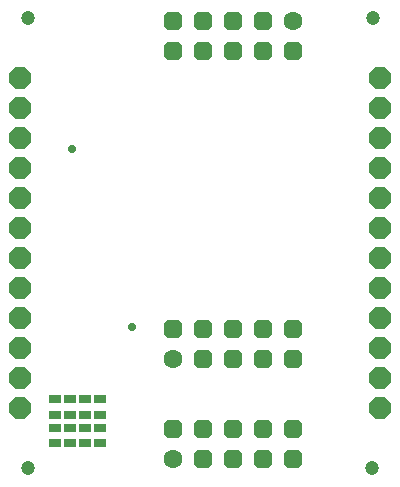
<source format=gts>
G04 Layer_Color=8388736*
%FSLAX44Y44*%
%MOMM*%
G71*
G01*
G75*
%ADD34R,1.0000X0.8000*%
G04:AMPARAMS|DCode=35|XSize=1.8002mm|YSize=1.8002mm|CornerRadius=0mm|HoleSize=0mm|Usage=FLASHONLY|Rotation=270.000|XOffset=0mm|YOffset=0mm|HoleType=Round|Shape=Octagon|*
%AMOCTAGOND35*
4,1,8,-0.4501,-0.9001,0.4501,-0.9001,0.9001,-0.4501,0.9001,0.4501,0.4501,0.9001,-0.4501,0.9001,-0.9001,0.4501,-0.9001,-0.4501,-0.4501,-0.9001,0.0*
%
%ADD35OCTAGOND35*%

%ADD36C,1.2000*%
G04:AMPARAMS|DCode=37|XSize=1.6mm|YSize=1.6mm|CornerRadius=0mm|HoleSize=0mm|Usage=FLASHONLY|Rotation=180.000|XOffset=0mm|YOffset=0mm|HoleType=Round|Shape=Octagon|*
%AMOCTAGOND37*
4,1,8,-0.8000,0.4000,-0.8000,-0.4000,-0.4000,-0.8000,0.4000,-0.8000,0.8000,-0.4000,0.8000,0.4000,0.4000,0.8000,-0.4000,0.8000,-0.8000,0.4000,0.0*
%
%ADD37OCTAGOND37*%

%ADD38C,1.6000*%
%ADD39C,0.7000*%
D34*
X67310Y70612D02*
D03*
Y84074D02*
D03*
Y46482D02*
D03*
Y59944D02*
D03*
X41910Y70612D02*
D03*
Y84074D02*
D03*
X54610Y70612D02*
D03*
Y84074D02*
D03*
X80010Y70612D02*
D03*
Y84074D02*
D03*
X41910Y46482D02*
D03*
Y59944D02*
D03*
X54610Y46482D02*
D03*
Y59944D02*
D03*
X80010Y46482D02*
D03*
Y59944D02*
D03*
D35*
X12700Y355600D02*
D03*
Y330200D02*
D03*
Y304800D02*
D03*
Y279400D02*
D03*
Y254000D02*
D03*
Y228600D02*
D03*
Y203200D02*
D03*
Y177800D02*
D03*
Y152400D02*
D03*
Y127000D02*
D03*
Y101600D02*
D03*
Y76200D02*
D03*
X317500Y355600D02*
D03*
Y330200D02*
D03*
Y304800D02*
D03*
Y279400D02*
D03*
Y254000D02*
D03*
Y228600D02*
D03*
Y203200D02*
D03*
Y177800D02*
D03*
Y152400D02*
D03*
Y127000D02*
D03*
Y101600D02*
D03*
Y76200D02*
D03*
D36*
X19050Y25400D02*
D03*
X310896D02*
D03*
X19050Y406400D02*
D03*
X311150D02*
D03*
D37*
X142200Y378800D02*
D03*
Y404200D02*
D03*
X167600Y378800D02*
D03*
Y404200D02*
D03*
X193000Y378800D02*
D03*
Y404200D02*
D03*
X218400Y378800D02*
D03*
Y404200D02*
D03*
X243800Y378800D02*
D03*
X141700Y143200D02*
D03*
X167100Y117800D02*
D03*
Y143200D02*
D03*
X192500Y117800D02*
D03*
Y143200D02*
D03*
X217900Y117800D02*
D03*
Y143200D02*
D03*
X243300Y117800D02*
D03*
Y143200D02*
D03*
X141950Y58450D02*
D03*
X167350Y33050D02*
D03*
Y58450D02*
D03*
X192750Y33050D02*
D03*
Y58450D02*
D03*
X218150Y33050D02*
D03*
Y58450D02*
D03*
X243550Y33050D02*
D03*
Y58450D02*
D03*
D38*
X243800Y404200D02*
D03*
X141700Y117800D02*
D03*
X141950Y33050D02*
D03*
D39*
X57000Y296000D02*
D03*
X107000Y145000D02*
D03*
M02*

</source>
